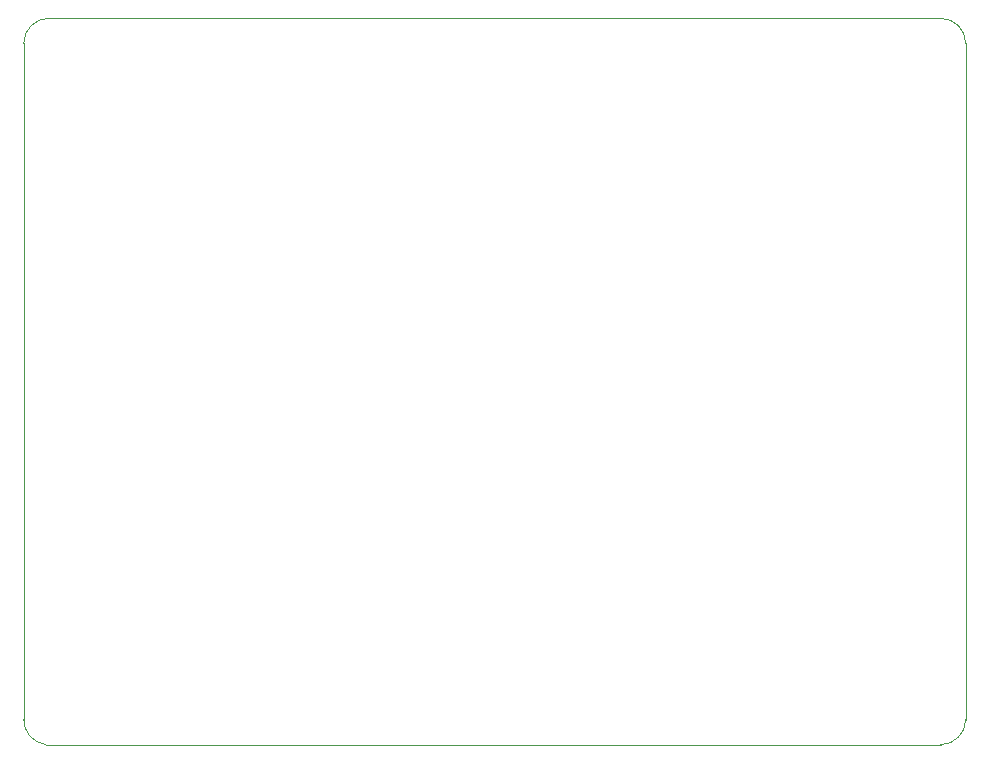
<source format=gbr>
%TF.GenerationSoftware,Altium Limited,Altium Designer,23.4.1 (23)*%
G04 Layer_Color=0*
%FSLAX45Y45*%
%MOMM*%
%TF.SameCoordinates,7AEF0BED-FCCA-4DCD-95BC-53F5E5A48FEA*%
%TF.FilePolarity,Positive*%
%TF.FileFunction,Profile,NP*%
%TF.Part,Single*%
G01*
G75*
%TA.AperFunction,Profile*%
%ADD65C,0.02540*%
D65*
X3037262Y5474917D02*
X3037262Y10850000D01*
X3037262Y11200000D01*
D02*
G02*
X3250000Y11412738I212738J0D01*
G01*
X3250114Y11412738D01*
X10800000Y11412738D01*
X10800083Y11412738D01*
D02*
G02*
X11012738Y11200000I-83J-212738D01*
G01*
Y10750000D01*
X11012738Y5475000D01*
D02*
G02*
X10800000Y5262262I-212738J0D01*
G01*
X3225000D01*
X3217405Y5264774D01*
D02*
G02*
X3037262Y5474917I32595J210226D01*
G01*
%TF.MD5,ebe7c0152706b11807cd7ccbfe91d420*%
M02*

</source>
